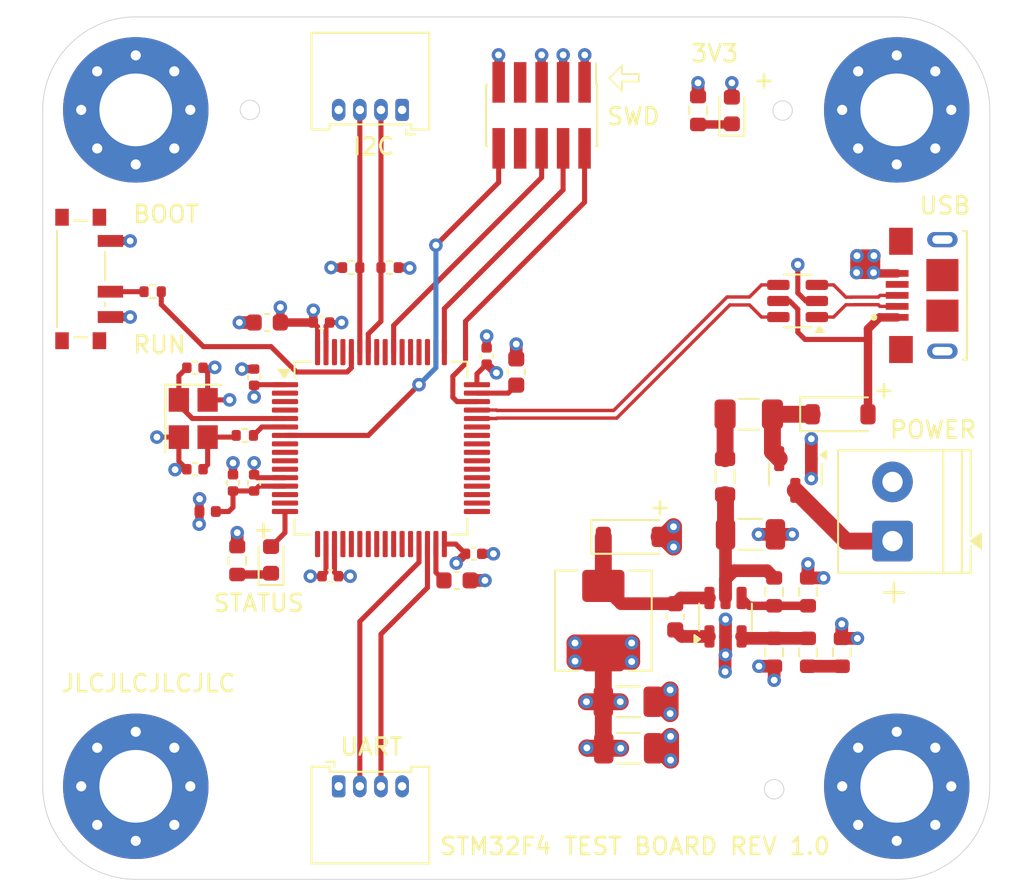
<source format=kicad_pcb>
(kicad_pcb (version 20241229) (generator "pcbnew") (generator_version "9.0")
  (layers (0 "F.Cu" signal) (4 "In1.Cu" signal) (6 "In2.Cu" signal) (2 "B.Cu" signal) (13 "F.Paste" user) (15 "B.Paste" user) (5 "F.SilkS" user "F.Silkscreen") (7 "B.SilkS" user "B.Silkscreen") (1 "F.Mask" user) (3 "B.Mask" user) (25 "Edge.Cuts" user))
  (net 0 "")
  (net 1 "BUCK_IN")
  (net 2 "GND")
  (net 3 "+3.3V")
  (net 4 "BUCK_SW")
  (net 5 "BUCK_BST")
  (net 6 "+3.3VA")
  (net 7 "Net-(U2-VCAP_1)")
  (net 8 "Net-(U2-VCAP_2)")
  (net 9 "HSE_IN")
  (net 10 "Net-(C16-Pad1)")
  (net 11 "Net-(D1-K)")
  (net 12 "+5V")
  (net 13 "Net-(D3-K)")
  (net 14 "Net-(D4-K)")
  (net 15 "LED_STATUS")
  (net 16 "+12V")
  (net 17 "Net-(F1-Pad2)")
  (net 18 "SWDIO")
  (net 20 "SWCLK")
  (net 21 "SWO")
  (net 22 "NRST")
  (net 24 "I2C1_SCL")
  (net 25 "I2C1_SDA")
  (net 26 "USART3_TX")
  (net 27 "USART3_RX")
  (net 30 "USB_CONN_D+")
  (net 32 "USB_CONN_D-")
  (net 37 "BUCK_EN")
  (net 38 "BUCK_FB")
  (net 39 "Net-(R4-Pad2)")
  (net 40 "Net-(SW1-B)")
  (net 41 "BOOT0")
  (net 42 "HSE_OUT")
  (net 69 "USB_D+")
  (net 76 "USB_D-")
  (footprint "TerminalBlock_Phoenix:TerminalBlock_Phoenix_PT-1,5-2-3.5-H_1x02_P3.50mm_Horizontal" (layer "F.Cu") (at 155.5 102 90)
    (property "Reference" "J1")
    (property "Value" "Screw_Terminal_01x02")
  )
  (footprint "Capacitor_SMD:C_0402_1005Metric" (layer "F.Cu") (at 121.73 89.075)
    (property "Reference" "C10")
    (property "Value" "100n")
  )
  (footprint "Button_Switch_SMD:SW_SPDT_PCM12" (layer "F.Cu") (at 107.82 86.5 -90)
    (property "Reference" "SW1")
    (property "Value" "SW_SPDT")
  )
  (footprint "LED_SMD:LED_0603_1608Metric" (layer "F.Cu") (at 118.75 103.1125 90)
    (property "Reference" "D4")
    (property "Value" "BLUE")
  )
  (footprint "Inductor_SMD:L_Sunlord_MWSA0518S" (layer "F.Cu") (at 138.4 106.7 -90)
    (property "Reference" "L1")
    (property "Value" "10u")
  )
  (footprint "Package_TO_SOT_SMD:SOT-23-6" (layer "F.Cu") (at 149.8875 87.8 180)
    (property "Reference" "U3")
    (property "Value" "USBLC6-2SC6")
  )
  (footprint "Capacitor_SMD:C_0603_1608Metric" (layer "F.Cu") (at 142.65 106.475 90)
    (property "Reference" "C4")
    (property "Value" "10n")
  )
  (footprint "Resistor_SMD:R_0402_1005Metric" (layer "F.Cu") (at 125.76 85.825 180)
    (property "Reference" "R10")
    (property "Value" "2K2")
  )
  (footprint "Resistor_SMD:R_0603_1608Metric" (layer "F.Cu") (at 150.5 108.575 -90)
    (property "Reference" "R4")
    (property "Value" "15K")
  )
  (footprint "Capacitor_SMD:C_0402_1005Metric" (layer "F.Cu") (at 117.75 92.305 90)
    (property "Reference" "C6")
    (property "Value" "100n")
  )
  (footprint "Package_QFP:LQFP-64_10x10mm_P0.5mm" (layer "F.Cu") (at 125.25 96.5)
    (property "Reference" "U2")
    (property "Value" "STM32F405RGT6")
  )
  (footprint "Package_TO_SOT_SMD:SOT-23" (layer "F.Cu") (at 149.75 98.0625 -90)
    (property "Reference" "Q1")
    (property "Value" "AO3401A")
  )
  (footprint "Resistor_SMD:R_0603_1608Metric" (layer "F.Cu") (at 150.5 105 90)
    (property "Reference" "R2")
    (property "Value" "68K")
  )
  (footprint "Capacitor_SMD:C_0402_1005Metric" (layer "F.Cu") (at 116.5 98.555 90)
    (property "Reference" "C11")
    (property "Value" "1u")
  )
  (footprint "Capacitor_SMD:C_0402_1005Metric" (layer "F.Cu") (at 117.75 98.555 90)
    (property "Reference" "C12")
    (property "Value" "100n")
  )
  (footprint "Capacitor_SMD:C_1206_3216Metric" (layer "F.Cu") (at 139.875 111.5)
    (property "Reference" "C2")
    (property "Value" "10u")
  )
  (footprint "Connector_PinHeader_1.27mm:PinHeader_2x05_P1.27mm_Vertical_SMD" (layer "F.Cu") (at 134.75 76.825 -90)
    (property "Reference" "J2")
    (property "Value" "SWD")
  )
  (footprint "Capacitor_SMD:C_0603_1608Metric" (layer "F.Cu") (at 133.25 92 90)
    (property "Reference" "C14")
    (property "Value" "2u2")
  )
  (footprint "Inductor_SMD:L_0805_2012Metric" (layer "F.Cu") (at 145.6 98.1875 -90)
    (property "Reference" "FB1")
    (property "Value" "600 @ 100MHz")
  )
  (footprint "Resistor_SMD:R_0402_1005Metric" (layer "F.Cu") (at 117.2 95.75 180)
    (property "Reference" "R8")
    (property "Value" "47")
  )
  (footprint "Resistor_SMD:R_0603_1608Metric" (layer "F.Cu") (at 152.5 108.575 90)
    (property "Reference" "R5")
    (property "Value" "270")
  )
  (footprint "Resistor_SMD:R_0402_1005Metric" (layer "F.Cu") (at 111.75 87.25 180)
    (property "Reference" "R7")
    (property "Value" "10K")
  )
  (footprint "Capacitor_SMD:C_0402_1005Metric" (layer "F.Cu") (at 114.25 97.75 180)
    (property "Reference" "C16")
    (property "Value" "12p")
  )
  (footprint "Diode_SMD:D_SOD-123" (layer "F.Cu") (at 140.05 101.75)
    (property "Reference" "D2")
    (property "Value" "B5819W")
  )
  (footprint "Capacitor_SMD:C_0402_1005Metric" (layer "F.Cu") (at 131.5 91.055 90)
    (property "Reference" "C9")
    (property "Value" "100n")
  )
  (footprint "Capacitor_SMD:C_0603_1608Metric" (layer "F.Cu") (at 129.75 104.325)
    (property "Reference" "C13")
    (property "Value" "2u2")
  )
  (footprint "Inductor_SMD:L_0402_1005Metric" (layer "F.Cu") (at 115 100.25)
    (property "Reference" "L2")
    (property "Value" "39n")
  )
  (footprint "MountingHole:MountingHole_4.3mm_M4_Pad_Via" (layer "F.Cu") (at 110.75 76.5)
    (property "Reference" "H3")
    (property "Value" "MountingHole_Pad")
  )
  (footprint "Resistor_SMD:R_0402_1005Metric" (layer "F.Cu") (at 123.49 85.825)
    (property "Reference" "R11")
    (property "Value" "2K2")
  )
  (footprint "Crystal:Crystal_SMD_3225-4Pin_3.2x2.5mm" (layer "F.Cu") (at 114.15 94.75 -90)
    (property "Reference" "Y1")
    (property "Value" "16Mhz")
  )
  (footprint "MountingHole:MountingHole_4.3mm_M4_Pad_Via" (layer "F.Cu") (at 155.75 76.5)
    (property "Reference" "H1")
    (property "Value" "MountingHole_Pad")
  )
  (footprint "Fuse:Fuse_1206_3216Metric" (layer "F.Cu") (at 147 94.5 180)
    (property "Reference" "F1")
    (property "Value" "250mA")
  )
  (footprint "Capacitor_SMD:C_0402_1005Metric" (layer "F.Cu") (at 122.25 104.075 180)
    (property "Reference" "C7")
    (property "Value" "100n")
  )
  (footprint "Capacitor_SMD:C_1206_3216Metric" (layer "F.Cu") (at 147.1 101.6)
    (property "Reference" "C1")
    (property "Value" "10u")
  )
  (footprint "Capacitor_SMD:C_0402_1005Metric" (layer "F.Cu") (at 114.25 91.75)
    (property "Reference" "C15")
    (property "Value" "12p")
  )
  (footprint "Package_TO_SOT_SMD:SOT-23-6" (layer "F.Cu") (at 145.625 106.5 90)
    (property "Reference" "U1")
    (property "Value" "MP2359DJ-LF-Z")
  )
  (footprint "Connector_Molex:Molex_PicoBlade_53048-0410_1x04_P1.25mm_Horizontal" (layer "F.Cu") (at 122.75 116.5)
    (property "Reference" "J4")
    (property "Value" "Conn_01x04")
  )
  (footprint "Capacitor_SMD:C_1206_3216Metric" (layer "F.Cu") (at 139.9 114.25)
    (property "Reference" "C3")
    (property "Value" "10u")
  )
  (footprint "Resistor_SMD:R_0603_1608Metric" (layer "F.Cu") (at 144 76.5375 90)
    (property "Reference" "R6")
    (property "Value" "1K")
  )
  (footprint "Resistor_SMD:R_0603_1608Metric" (layer "F.Cu") (at 148.5 105 -90)
    (property "Reference" "R1")
    (property "Value" "100K")
  )
  (footprint "MountingHole:MountingHole_4.3mm_M4_Pad_Via" (layer "F.Cu") (at 155.75 116.5)
    (property "Reference" "H2")
    (property "Value" "MountingHole_Pad")
  )
  (footprint "Connector_Molex:Molex_PicoBlade_53048-0410_1x04_P1.25mm_Horizontal" (layer "F.Cu") (at 126.5 76.5 180)
    (property "Reference" "J3")
    (property "Value" "Conn_01x04")
  )
  (footprint "Capacitor_SMD:C_0402_1005Metric" (layer "F.Cu") (at 130.73 102.75)
    (property "Reference" "C8")
    (property "Value" "100n")
  )
  (footprint "Capacitor_SMD:C_0603_1608Metric" (layer "F.Cu") (at 118.525 89.075 180)
    (property "Reference" "C5")
    (property "Value" "4u7")
  )
  (footprint "LED_SMD:LED_0603_1608Metric" (layer "F.Cu") (at 146 76.5375 90)
    (property "Reference" "D3")
    (property "Value" "RED")
  )
  (footprint "Resistor_SMD:R_0603_1608Metric" (layer "F.Cu") (at 116.75 103.15 90)
    (property "Reference" "R9")
    (property "Value" "1K5")
  )
  (footprint "USB_Connectors:USB_B_Micro" (layer "F.Cu") (at 158.45 87.47 90)
    (property "Reference" "J5")
    (property "Value" "USB_B_Micro")
  )
  (footprint "Diode_SMD:D_SOD-123" (layer "F.Cu") (at 152.4 94.5)
    (property "Reference" "D1")
    (property "Value" "B5819W")
  )
  (footprint "Resistor_SMD:R_0603_1608Metric" (layer "F.Cu") (at 148.5 108.575 90)
    (property "Reference" "R3")
    (property "Value" "47K")
  )
  (footprint "MountingHole:MountingHole_4.3mm_M4_Pad_Via" (layer "F.Cu") (at 110.75 116.5)
    (property "Reference" "H4")
    (property "Value" "MountingHole_Pad")
  )
  (gr_line (start 138.75 74.625) (end 139.5 75.375) (stroke (width 0.1)) (layer "F.SilkS"))
  (gr_line (start 139.5 75.375) (end 139.5 74.825) (stroke (width 0.1)) (layer "F.SilkS"))
  (gr_line (start 139.5 73.875) (end 138.75 74.625) (stroke (width 0.1)) (layer "F.SilkS"))
  (gr_line (start 139.5 74.825) (end 140.5 74.825) (stroke (width 0.1)) (layer "F.SilkS"))
  (gr_line (start 140.5 74.3825) (end 140.5 74.825) (stroke (width 0.1)) (layer "F.SilkS"))
  (gr_line (start 140.5 74.3825) (end 139.5 74.3825) (stroke (width 0.1)) (layer "F.SilkS"))
  (gr_line (start 139.5 74.3825) (end 139.5 73.875) (stroke (width 0.1)) (layer "F.SilkS"))
  (gr_circle (center 117.5 76.5) (end 118.076 76.5) (stroke (width 0.05)) (fill no) (layer "Edge.Cuts"))
  (gr_circle (center 149 76.5375) (end 149.576 76.5375) (stroke (width 0.05)) (fill no) (layer "Edge.Cuts"))
  (gr_arc (start 110.75 122) (mid 106.860913 120.389087) (end 105.25 116.5) (stroke (width 0.05)) (layer "Edge.Cuts"))
  (gr_line (start 105.25 116.5) (end 105.25 76.5) (stroke (width 0.05)) (layer "Edge.Cuts"))
  (gr_line (start 161.25 76.5) (end 161.25 116.5) (stroke (width 0.05)) (layer "Edge.Cuts"))
  (gr_line (start 155.75 71) (end 110.75 71) (stroke (width 0.05)) (layer "Edge.Cuts"))
  (gr_arc (start 155.75 71) (mid 159.639087 72.610913) (end 161.25 76.5) (stroke (width 0.05)) (layer "Edge.Cuts"))
  (gr_circle (center 148.5 116.674) (end 149.076 116.674) (stroke (width 0.05)) (fill no) (layer "Edge.Cuts"))
  (gr_arc (start 161.25 116.5) (mid 159.639087 120.389087) (end 155.75 122) (stroke (width 0.05)) (layer "Edge.Cuts"))
  (gr_arc (start 105.25 76.5) (mid 106.860913 72.610913) (end 110.75 71) (stroke (width 0.05)) (layer "Edge.Cuts"))
  (gr_line (start 155.75 122) (end 110.75 122) (stroke (width 0.05)) (layer "Edge.Cuts"))
  (gr_text "+" (at 147.175 75.3 0) (layer "F.SilkS") (effects (font (size 1 1) (thickness 0.16)) (justify left bottom)))
  (gr_text "SWD" (at 138.525 77.475 0) (layer "F.SilkS") (effects (font (size 1 1) (thickness 0.16)) (justify left bottom)))
  (gr_text "3V3" (at 143.5 73.75 0) (layer "F.SilkS") (effects (font (size 1 1) (thickness 0.16)) (justify left bottom)))
  (gr_text "STM32F4 TEST BOARD REV 1.0" (at 140.275 120.625 0) (layer "F.SilkS") (effects (font (size 1 1) (thickness 0.16)) (justify bottom)))
  (gr_text "RUN" (at 110.5 90.975 0) (layer "F.SilkS") (effects (font (size 1 1) (thickness 0.16)) (justify left bottom)))
  (gr_text "I2C" (at 123.5 79.25 0) (layer "F.SilkS") (effects (font (size 1 1) (thickness 0.16)) (justify left bottom)))
  (gr_text "JLCJLCJLCJLC" (at 106.25 111 0) (layer "F.SilkS") (effects (font (size 1 1) (thickness 0.16)) (justify left bottom)))
  (gr_text "STATUS" (at 115.25 106.25 0) (layer "F.SilkS") (effects (font (size 1 1) (thickness 0.16)) (justify left bottom)))
  (gr_text "USB" (at 157 82.75 0) (layer "F.SilkS") (effects (font (size 1 1) (thickness 0.16)) (justify left bottom)))
  (gr_text "+" (at 141.025 100.55 0) (layer "F.SilkS") (effects (font (size 1 1) (thickness 0.16)) (justify left bottom)))
  (gr_text "+" (at 154.275 93.625 0) (layer "F.SilkS") (effects (font (size 1 1) (thickness 0.16)) (justify left bottom)))
  (gr_text "+" (at 117.575 101.875 0) (layer "F.SilkS") (effects (font (size 1 1) (thickness 0.16)) (justify left bottom)))
  (gr_text "UART" (at 122.75 114.75 0) (layer "F.SilkS") (effects (font (size 1 1) (thickness 0.16)) (justify left bottom)))
  (gr_text "BOOT" (at 110.5 83.25 0) (layer "F.SilkS") (effects (font (size 1 1) (thickness 0.16)) (justify left bottom)))
  (gr_text "POWER" (at 155.25 96 0) (layer "F.SilkS") (effects (font (size 1 1) (thickness 0.16)) (justify left bottom)))
  (gr_text "+" (at 154.55 105.8 0) (layer "F.SilkS") (effects (font (size 1.5 1.5) (thickness 0.16)) (justify left bottom)))
  (segment (start 145.625 101.475) (end 145.6 101.45) (width 0.75) (layer "F.Cu") (net 1))
  (segment (start 145.6 99.25) (end 145.55 99.2) (width 0.75) (layer "F.Cu") (net 1))
  (segment (start 148.5 104.175) (end 148.075 103.75) (width 0.75) (layer "F.Cu") (net 1))
  (segment (start 145.625 105.3625) (end 145.625 101.6) (width 0.75) (layer "F.Cu") (net 1))
  (segment (start 145.625 101.825) (end 145.55 101.75) (width 0.75) (layer "F.Cu") (net 1))
  (segment (start 145.625 105.3625) (end 145.625 104.25) (width 0.75) (layer "F.Cu") (net 1))
  (segment (start 146.125 103.75) (end 145.625 104.25) (width 0.75) (layer "F.Cu") (net 1))
  (segment (start 145.625 99.275) (end 145.6 99.25) (width 1) (layer "F.Cu") (net 1))
  (segment (start 148.075 103.75) (end 146.125 103.75) (width 0.75) (layer "F.Cu") (net 1))
  (segment (start 145.625 101.6) (end 145.625 99.275) (width 1) (layer "F.Cu") (net 1))
  (segment (start 132.2 73.25) (end 132.2 74.865) (width 0.5) (layer "F.Cu") (net 2))
  (segment (start 122 103.845) (end 121.77 104.075) (width 0.3) (layer "F.Cu") (net 2))
  (segment (start 141.7 101.75) (end 141.95 101.75) (width 1) (layer "F.Cu") (net 2))
  (segment (start 115 93.65) (end 116.25 93.65) (width 0.3) (layer "F.Cu") (net 2))
  (segment (start 144 75.7125) (end 144 74.9) (width 0.75) (layer "F.Cu") (net 2))
  (segment (start 109.25 88.75) (end 110.42 88.75) (width 0.5) (layer "F.Cu") (net 2))
  (segment (start 145.625 108.725) (end 145.625 107.6375) (width 0.75) (layer "F.Cu") (net 2))
  (segment (start 141.65 111.5) (end 142.35 110.8) (width 1) (layer "F.Cu") (net 2))
  (segment (start 154.42 86.17) (end 154.375 86.125) (width 0.5) (layer "F.Cu") (net 2))
  (segment (start 122 102.175) (end 122 103.845) (width 0.3) (layer "F.Cu") (net 2))
  (segment (start 117.75 98.075) (end 117.75 97.375) (width 0.3) (layer "F.Cu") (net 2))
  (segment (start 155.775 86.17) (end 154.42 86.17) (width 0.5) (layer "F.Cu") (net 2))
  (segment (start 130.525 104.325) (end 131.4 104.325) (width 0.75) (layer "F.Cu") (net 2))
  (segment (start 115 93.65) (end 115 92.02) (width 0.3) (layer "F.Cu") (net 2))
  (segment (start 150.7 95.95) (end 150.7 97.125) (width 0.75) (layer "F.Cu") (net 2))
  (segment (start 136.025 74.87) (end 136.02 74.875) (width 0.5) (layer "F.Cu") (net 2))
  (segment (start 113.77 97.75) (end 113.1 97.75) (width 0.3) (layer "F.Cu") (net 2))
  (segment (start 114.73 91.75) (end 115.4 91.75) (width 0.3) (layer "F.Cu") (net 2))
  (segment (start 150.5 104.175) (end 151.425 104.175) (width 0.75) (layer "F.Cu") (net 2))
  (segment (start 131.21 102.75) (end 131.9 102.75) (width 0.5) (layer "F.Cu") (net 2))
  (segment (start 122.21 89.075) (end 122.925 89.075) (width 0.3) (layer "F.Cu") (net 2))
  (segment (start 122 90.825) (end 122 89.285) (width 0.3) (layer "F.Cu") (net 2))
  (segment (start 148.575 101.6) (end 147.575 101.6) (width 0.75) (layer "F.Cu") (net 2))
  (segment (start 132.2 74.865) (end 132.21 74.875) (width 0.5) (layer "F.Cu") (net 2))
  (segment (start 152.5 107.75) (end 153.425 107.75) (width 0.75) (layer "F.Cu") (net 2))
  (segment (start 141.65 111.5) (end 142.35 112.2) (width 1) (layer "F.Cu") (net 2))
  (segment (start 150.375 87.8) (end 151.025 87.8) (width 0.3) (layer "F.Cu") (net 2))
  (segment (start 152.5 107.75) (end 152.5 106.9) (width 0.75) (layer "F.Cu") (net 2))
  (segment (start 113.3 97.28) (end 113.77 97.75) (width 0.3) (layer "F.Cu") (net 2))
  (segment (start 154.4 86.1) (end 154.375 86.125) (width 0.75) (layer "F.Cu") (net 2))
  (segment (start 141.95 101.75) (end 142.55 102.35) (width 1) (layer "F.Cu") (net 2))
  (segment (start 122 89.285) (end 122.21 89.075) (width 0.3) (layer "F.Cu") (net 2))
  (segment (start 153.4 85.125) (end 154.4 85.125) (width 0.75) (layer "F.Cu") (net 2))
  (segment (start 119.575 98.25) (end 117.925 98.25) (width 0.3) (layer "F.Cu") (net 2))
  (segment (start 115 92.02) (end 114.73 91.75) (width 0.3) (layer "F.Cu") (net 2))
  (segment (start 142.35 110.8) (end 142.35 112.2) (width 1) (layer "F.Cu") (net 2))
  (segment (start 150.7 98.3) (end 150.7 97.125) (width 0.75) (layer "F.Cu") (net 2))
  (segment (start 153.375 85.15) (end 153.4 85.125) (width 0.75) (layer "F.Cu") (net 2))
  (segment (start 116.75 102.325) (end 116.75 101.5) (width 0.75) (layer "F.Cu") (net 2))
  (segment (start 153.4 85.125) (end 153.4 85.15) (width 0.75) (layer "F.Cu") (net 2))
  (segment (start 145.6 108.75) (end 145.625 108.725) (width 0.75) (layer "F.Cu") (net 2))
  (segment (start 113.1 97.75) (end 113.075 97.775) (width 0.3) (layer "F.Cu") (net 2))
  (segment (start 153.375 86.125) (end 153.4 86.125) (width 0.75) (layer "F.Cu") (net 2))
  (segment (start 113.3 95.85) (end 113.3 97.28) (width 0.3) (layer "F.Cu") (net 2))
  (segment (start 153.4 85.15) (end 154.375 86.125) (width 0.75) (layer "F.Cu") (net 2))
  (segment (start 148.575 101.6) (end 149.575 101.6) (width 0.75) (layer "F.Cu") (net 2))
  (segment (start 113.3 95.85) (end 112 95.85) (width 0.3) (layer "F.Cu") (net 2))
  (segment (start 149.9 85.65) (end 149.9 87.325) (width 0.3) (layer "F.Cu") (net 2))
  (segment (start 117.925 98.25) (end 117.75 98.075) (width 0.3) (layer "F.Cu") (net 2))
  (segment (start 116.275 93.625) (end 116.25 93.65) (width 0.3) (layer "F.Cu") (net 2))
  (segment (start 115.05 93.6) (end 115 93.65) (width 0.75) (layer "F.Cu") (net 2))
  (segment (start 134.75 73.25) (end 134.75 74.875) (width 0.5) (layer "F.Cu") (net 2))
  (segment (start 121.77 104.075) (end 121.075 104.075) (width 0.3) (layer "F.Cu") (net 2))
  (segment (start 117.025 91.825) (end 117.75 91.825) (width 0.5) (layer "F.Cu") (net 2))
  (segment (start 116.45 93.625) (end 116.275 93.625) (width 0.3) (layer "F.Cu") (net 2))
  (segment (start 141.375 114.25) (end 141.675 114.25) (width 1) (layer "F.Cu") (net 2))
  (segment (start 116.5 98.075) (end 116.5 97.375) (width 0.5) (layer "F.Cu") (net 2))
  (segment (start 149.9 87.325) (end 150.375 87.8) (width 0.3) (layer "F.Cu") (net 2))
  (segment (start 141.675 114.25) (end 142.375 114.95) (width 1) (layer "F.Cu") (net 2))
  (segment (start 141.35 111.5) (end 141.65 111.5) (width 1) (layer "F.Cu") (net 2))
  (segment (start 150.5 104.175) (end 150.5 103.35) (width 0.75) (layer "F.Cu") (net 2))
  (segment (start 154.4 85.125) (end 154.4 86.1) (width 0.75) (layer "F.Cu") (net 2))
  (segment (start 136.025 73.25) (end 136.025 74.87) (width 0.5) (layer "F.Cu") (net 2))
  (segment (start 116.25 93.65) (end 116.3 93.6) (width 0.3) (layer "F.Cu") (net 2))
  (segment (start 153.375 86.125) (end 154.375 86.125) (width 0.75) (layer "F.Cu") (net 2))
  (segment (start 141.675 114.25) (end 142.375 113.55) (width 1) (layer "F.Cu") (net 2))
  (segment (start 153.375 86.125) (end 153.375 85.15) (width 0.75) (layer "F.Cu") (net 2))
  (segment (start 131.5 90.575) (end 131.5 89.875) (width 0.5) (layer "F.Cu") (net 2))
  (segment (start 132.2 74.565) (end 132.21 74.575) (width 0.5) (layer "F.Cu") (net 2))
  (segment (start 141.95 101.75) (end 142.55 101.15) (width 1) (layer "F.Cu") (net 2))
  (segment (start 142.55 101.15) (end 142.55 102.35) (width 1) (layer "F.Cu") (net 2))
  (segment (start 133.25 91.225) (end 133.25 90.35) (width 0.75) (layer "F.Cu") (net 2))
  (segment (start 145.6 109.725) (end 145.6 108.75) (width 0.75) (layer "F.Cu") (net 2))
  (segment (start 117.75 89.075) (end 116.875 89.075) (width 0.75) (layer "F.Cu") (net 2))
  (segment (start 142.375 113.55) (end 142.375 114.95) (width 1) (layer "F.Cu") (net 2))
  (segment (start 115.4 91.75) (end 115.425 91.725) (width 0.3) (layer "F.Cu") (net 2))
  (segment (start 145.625 107.6375) (end 145.625 106.625) (width 0.75) (layer "F.Cu") (net 2))
  (segment (start 153.4 86.125) (end 154.4 85.125) (width 0.75) (layer "F.Cu") (net 2))
  (via (at 150.5 103.35) (size 0.8) (drill 0.4) (layers "F.Cu" "B.Cu") (net 2))
  (via (at 144 74.9) (size 0.8) (drill 0.4) (layers "F.Cu" "B.Cu") (net 2))
  (via (at 142.55 102.35) (size 0.8) (drill 0.4) (layers "F.Cu" "B.Cu") (net 2))
  (via (at 142.375 113.55) (size 0.8) (drill 0.4) (layers "F.Cu" "B.Cu") (net 2))
  (via (at 142.35 110.8) (size 0.8) (drill 0.4) (layers "F.Cu" "B.Cu") (net 2))
  (via (at 131.4 104.325) (size 0.8) (drill 0.4) (layers "F.Cu" "B.Cu") (net 2))
  (via (at 112 95.85) (size 0.8) (drill 0.4) (layers "F.Cu" "B.Cu") (net 2))
  (via (at 116.75 101.5) (size 0.8) (drill 0.4) (layers "F.Cu" "B.Cu") (net 2))
  (via (at 116.875 89.075) (size 0.8) (drill 0.4) (layers "F.Cu" "B.Cu") (net 2))
  (via (at 131.9 102.75) (size 0.8) (drill 0.4) (layers "F.Cu" "B.Cu") (net 2))
  (via (at 116.5 97.375) (size 0.8) (drill 0.4) (layers "F.Cu" "B.Cu") (net 2))
  (via (at 121.075 104.075) (size 0.8) (drill 0.4) (layers "F.Cu" "B.Cu") (net 2))
  (via (at 132.2 73.25) (size 0.8) (drill 0.4) (layers "F.Cu" "B.Cu") (net 2))
  (via (at 131.5 89.875) (size 0.8) (drill 0.4) (layers "F.Cu" "B.Cu") (net 2))
  (via (at 147.575 101.6) (size 0.8) (drill 0.4) (layers "F.Cu" "B.Cu") (net 2))
  (via (at 110.42 88.75) (size 0.8) (drill 0.4) (layers "F.Cu" "B.Cu") (net 2))
  (via (at 142.375 114.95) (size 0.8) (drill 0.4) (layers "F.Cu" "B.Cu") (net 2))
  (via (at 151.425 104.175) (size 0.8) (drill 0.4) (layers "F.Cu" "B.Cu") (net 2))
  (via (at 145.625 108.725) (size 0.8) (drill 0.4) (layers "F.Cu" "B.Cu") (net 2))
  (via (at 117.025 91.825) (size 0.8) (drill 0.4) (layers "F.Cu" "B.Cu") (net 2))
  (via (at 150.7 95.95) (size 0.8) (drill 0.4) (layers "F.Cu" "B.Cu") (net 2))
  (via (at 153.4 85.125) (size 0.8) (drill 0.4) (layers "F.Cu" "B.Cu") (net 2))
  (via (at 154.4 85.125) (size 0.8) (drill 0.4) (layers "F.Cu" "B.Cu") (net 2))
  (via (at 142.35 112.2) (size 0.8) (drill 0.4) (layers "F.Cu" "B.Cu") (net 2))
  (via (at 145.6 109.725) (size 0.8) (drill 0.4) (layers "F.Cu" "B.Cu") (net 2))
  (via (at 134.75 73.25) (size 0.8) (drill 0.4) (layers "F.Cu" "B.Cu") (net 2))
  (via (at 142.55 101.15) (size 0.8) (drill 0.4) (layers "F.Cu" "B.Cu") (net 2))
  (via (at 149.575 101.6) (size 0.8) (drill 0.4) (layers "F.Cu" "B.Cu") (net 2))
  (via (at 154.375 86.125) (size 0.8) (drill 0.4) (layers "F.Cu" "B.Cu") (net 2))
  (via (at 136.025 73.25) (size 0.8) (drill 0.4) (layers "F.Cu" "B.Cu") (net 2))
  (via (at 117.75 97.375) (size 0.8) (drill 0.4) (layers "F.Cu" "B.Cu") (net 2))
  (via (at 153.375 86.125) (size 0.8) (drill 0.4) (layers "F.Cu" "B.Cu") (net 2))
  (via (at 113.075 97.775) (size 0.8) (drill 0.4) (layers "F.Cu" "B.Cu") (net 2))
  (via (at 145.625 106.625) (size 0.8) (drill 0.4) (layers "F.Cu" "B.Cu") (net 2))
  (via (at 115.425 91.725) (size 0.8) (drill 0.4) (layers "F.Cu" "B.Cu") (net 2))
  (via (at 149.9 85.65) (size 0.8) (drill 0.4) (layers "F.Cu" "B.Cu") (net 2))
  (via (at 153.425 107.75) (size 0.8) (drill 0.4) (layers "F.Cu" "B.Cu") (net 2))
  (via (at 152.5 106.9) (size 0.8) (drill 0.4) (layers "F.Cu" "B.Cu") (net 2))
  (via (at 122.925 89.075) (size 0.8) (drill 0.4) (layers "F.Cu" "B.Cu") (net 2))
  (via (at 116.3 93.65) (size 0.8) (drill 0.4) (layers "F.Cu" "B.Cu") (net 2))
  (via (at 150.7 98.3) (size 0.8) (drill 0.4) (layers "F.Cu" "B.Cu") (net 2))
  (via (at 133.25 90.35) (size 0.8) (drill 0.4) (layers "F.Cu" "B.Cu") (net 2))
  (segment (start 138.425 114.25) (end 139.425 114.25) (width 1) (layer "F.Cu") (net 3))
  (segment (start 138.4 111.5) (end 137.4 111.5) (width 1) (layer "F.Cu") (net 3))
  (segment (start 126.27 85.825) (end 126.925 85.825) (width 0.5) (layer "F.Cu") (net 3))
  (segment (start 138.4 108.75) (end 139.35 108.75) (width 1) (layer "F.Cu") (net 3))
  (segment (start 138.4 111.5) (end 138.4 114.225) (width 1) (layer "F.Cu") (net 3))
  (segment (start 146 74.9) (end 146 75.75) (width 0.5) (layer "F.Cu") (net 3))
  (segment (start 137.45 108.75) (end 136.725 108.025) (width 1) (layer "F.Cu") (net 3))
  (segment (start 148.5 109.4) (end 148.5 110.225) (width 0.75) (layer "F.Cu") (net 3))
  (segment (start 119.575 92.75) (end 117.785 92.75) (width 0.3) (layer "F.Cu") (net 3))
  (segment (start 122.5 102.175) (end 122.5 103.845) (width 0.3) (layer "F.Cu") (net 3))
  (segment (start 138.4 111.5) (end 139.4 111.5) (width 1) (layer "F.Cu") (net 3))
  (segment (start 122.73 104.075) (end 123.425 104.075) (width 0.3) (layer "F.Cu") (net 3))
  (segment (start 138.4 108.75) (end 138.4 111.5) (width 1) (layer "F.Cu") (net 3))
  (segment (start 137.45 114.25) (end 137.425 114.225) (width 1) (layer "F.Cu") (net 3))
  (segment (start 139.35 108.75) (end 140.075 108.025) (width 1) (layer "F.Cu") (net 3))
  (segment (start 122.98 85.825) (end 122.3 85.825) (width 0.5) (layer "F.Cu") (net 3))
  (segment (start 129 102.175) (end 129.675 102.175) (width 0.3) (layer "F.Cu") (net 3))
  (segment (start 129.7 103.3) (end 130.25 102.75) (width 0.5) (layer "F.Cu") (net 3))
  (segment (start 122.5 103.845) (end 122.73 104.075) (width 0.3) (layer "F.Cu") (net 3))
  (segment (start 117.75 92.785) (end 117.75 93.475) (width 0.3) (layer "F.Cu") (net 3))
  (segment (start 137.3 74.865) (end 137.29 74.875) (width 0.5) (layer "F.Cu") (net 3))
  (segment (start 121.5 89.325) (end 121.25 89.075) (width 0.3) (layer "F.Cu") (net 3))
  (segment (start 136.725 108.025) (end 140.075 108.025) (width 1) (layer "F.Cu") (net 3))
  (segment (start 137.075 108.75) (end 136.725 109.1) (width 1) (layer "F.Cu") (net 3))
  (segment (start 140.05 109.1) (end 140.075 109.125) (width 1) (layer "F.Cu") (net 3))
  (segment (start 114.515 100.985) (end 114.5 101) (width 0.5) (layer "F.Cu") (net 3))
  (segment (start 121.5 90.825) (end 121.5 89.325) (width 0.3) (layer "F.Cu") (net 3))
  (segment (start 136.725 108.025) (end 136.725 109.1) (width 1) (layer "F.Cu") (net 3))
  (segment (start 126.925 85.825) (end 126.95 85.85) (width 0.5) (layer "F.Cu") (net 3))
  (segment (start 138.425 114.25) (end 137.45 114.25) (width 1) (layer "F.Cu") (net 3))
  (segment (start 138.4 114.225) (end 138.425 114.25) (width 1) (layer "F.Cu") (net 3))
  (segment (start 139.7 108.75) (end 140.075 109.125) (width 1) (layer "F.Cu") (net 3))
  (segment (start 136.725 109.1) (end 140.05 109.1) (width 1) (layer "F.Cu") (net 3))
  (segment (start 137.3 73.25) (end 137.3 74.865) (width 0.5) (layer "F.Cu") (net 3))
  (segment (start 130.925 92.11) (end 131.5 91.535) (width 0.3) (layer "F.Cu") (net 3))
  (segment (start 121.25 88.35) (end 121.25 89.075) (width 0.5) (layer "F.Cu") (net 3))
  (segment (start 110.42 84.25) (end 109.25 84.25) (width 0.5) (layer "F.Cu") (net 3))
  (segment (start 114.515 100.25) (end 114.515 100.985) (width 0.5) (layer "F.Cu") (net 3))
  (segment (start 119.3 89.075) (end 121.25 89.075) (width 0.5) (layer "F.Cu") (net 3))
  (segment (start 148.5 109.4) (end 147.6 109.4) (width 0.75) (layer "F.Cu") (net 3))
  (segment (start 117.785 92.75) (end 117.75 92.785) (width 0.3) (layer "F.Cu") (net 3))
  (segment (start 129.675 102.175) (end 130.25 102.75) (width 0.3) (layer "F.Cu") (net 3))
  (segment (start 132.075 92.05) (end 132.015 92.05) (width 0.5) (layer "F.Cu") (net 3))
  (segment (start 138.4 108.75) (end 137.075 108.75) (width 1) (layer "F.Cu") (net 3))
  (segment (start 138.4 108.75) (end 139.7 108.75) (width 1) (layer "F.Cu") (net 3))
  (segment (start 119.3 88.175) (end 119.3 89.075) (width 0.5) (layer "F.Cu") (net 3))
  (segment (start 140.075 108.025) (end 140.075 109.125) (width 1) (layer "F.Cu") (net 3))
  (segment (start 132.015 92.05) (end 131.5 91.535) (width 0.5) (layer "F.Cu") (net 3))
  (segment (start 114.515 99.51) (end 114.525 99.5) (width 0.5) (layer "F.Cu") (net 3))
  (segment (start 138.4 108.75) (end 137.45 108.75) (width 1) (layer "F.Cu") (net 3))
  (segment (start 130.925 92.75) (end 130.925 92.11) (width 0.3) (layer "F.Cu") (net 3))
  (segment (start 114.515 100.25) (end 114.515 99.51) (width 0.5) (layer "F.Cu") (net 3))
  (via (at 119.3 88.175) (size 0.8) (drill 0.4) (layers "F.Cu" "B.Cu") (net 3))
  (via (at 147.6 109.4) (size 0.8) (drill 0.4) (layers "F.Cu" "B.Cu") (net 3))
  (via (at 148.5 110.225) (size 0.8) (drill 0.4) (layers "F.Cu" "B.Cu") (net 3))
  (via (at 122.3 85.825) (size 0.8) (drill 0.4) (layers "F.Cu" "B.Cu") (net 3))
  (via (at 114.5 101) (size 0.8) (drill 0.4) (layers "F.Cu" "B.Cu") (net 3))
  (via (at 140.075 109.125) (size 0.8) (drill 0.4) (layers "F.Cu" "B.Cu") (net 3))
  (via (at 146 74.9) (size 0.8) (drill 0.4) (layers "F.Cu" "B.Cu") (net 3))
  (via (at 117.75 93.475) (size 0.8) (drill 0.4) (layers "F.Cu" "B.Cu") (net 3))
  (via (at 136.725 108.025) (size 0.8) (drill 0.4) (layers "F.Cu" "B.Cu") (net 3))
  (via (at 139.4 111.5) (size 0.8) (drill 0.4) (layers "F.Cu" "B.Cu") (net 3))
  (via (at 136.725 109.1) (size 0.8) (drill 0.4) (layers "F.Cu" "B.Cu") (net 3))
  (via (at 132.075 92.05) (size 0.8) (drill 0.4) (layers "F.Cu" "B.Cu") (net 3))
  (via (at 137.4 111.5) (size 0.8) (drill 0.4) (layers "F.Cu" "B.Cu") (net 3))
  (via (at 129.7 103.3) (size 0.8) (drill 0.4) (layers "F.Cu" "B.Cu") (net 3))
  (via (at 126.95 85.85) (size 0.8) (drill 0.4) (layers "F.Cu" "B.Cu") (net 3))
  (via (at 140.075 108.025) (size 0.8) (drill 0.4) (layers "F.Cu" "B.Cu") (net 3))
  (via (at 121.25 88.35) (size 0.8) (drill 0.4) (layers "F.Cu" "B.Cu") (net 3))
  (via (at 139.425 114.25) (size 0.8) (drill 0.4) (layers "F.Cu" "B.Cu") (net 3))
  (via (at 137.3 73.25) (size 0.8) (drill 0.4) (layers "F.Cu" "B.Cu") (net 3))
  (via (at 110.42 84.25) (size 0.8) (drill 0.4) (layers "F.Cu" "B.Cu") (net 3))
  (via (at 137.425 114.225) (size 0.8) (drill 0.4) (layers "F.Cu" "B.Cu") (net 3))
  (via (at 123.425 104.075) (size 0.8) (drill 0.4) (layers "F.Cu" "B.Cu") (net 3))
  (via (at 114.525 99.5) (size 0.8) (drill 0.4) (layers "F.Cu" "B.Cu") (net 3))
  (segment (start 142.9875 105.3625) (end 142.65 105.7) (width 0.75) (layer "F.Cu") (net 4))
  (segment (start 139.45 105.7) (end 138.4 104.65) (width 0.75) (layer "F.Cu") (net 4))
  (segment (start 142.65 105.7) (end 139.45 105.7) (width 0.75) (layer "F.Cu") (net 4))
  (segment (start 138.4 101.75) (end 138.4 104.65) (width 1) (layer "F.Cu") (net 4))
  (segment (start 144.675 105.3625) (end 142.9875 105.3625) (width 0.75) (layer "F.Cu") (net 4))
  (segment (start 144.675 107.6375) (end 143.0375 107.6375) (width 0.75) (layer "F.Cu") (net 5))
  (segment (start 143.0375 107.6375) (end 142.65 107.25) (width 0.75) (layer "F.Cu") (net 5))
  (segment (start 115.485 100.25) (end 116.25 100.25) (width 0.3) (layer "F.Cu") (net 6))
  (segment (start 116.25 100.25) (end 116.5 100) (width 0.3) (layer "F.Cu") (net 6))
  (segment (start 116.5 100) (end 116.5 99.035) (width 0.3) (layer "F.Cu") (net 6))
  (segment (start 116.5 99.035) (end 117.75 99.035) (width 0.3) (layer "F.Cu") (net 6))
  (segment (start 119.575 98.75) (end 118.035 98.75) (width 0.3) (layer "F.Cu") (net 6))
  (segment (start 118.035 98.75) (end 117.75 99.035) (width 0.3) (layer "F.Cu") (net 6))
  (segment (start 128.5 103.85) (end 128.975 104.325) (width 0.3) (layer "F.Cu") (net 7))
  (segment (start 128.5 102.175) (end 128.5 103.85) (width 0.3) (layer "F.Cu") (net 7))
  (segment (start 130.925 93.25) (end 132.775 93.25) (width 0.3) (layer "F.Cu") (net 8))
  (segment (start 132.775 93.25) (end 133.25 92.775) (width 0.3) (layer "F.Cu") (net 8))
  (segment (start 113.3 93.952) (end 113.3 93.65) (width 0.3) (layer "F.Cu") (net 9))
  (segment (start 119.575 94.75) (end 114.098 94.75) (width 0.3) (layer "F.Cu") (net 9))
  (segment (start 113.3 93.65) (end 113.3 92.22) (width 0.3) (layer "F.Cu") (net 9))
  (segment (start 114.098 94.75) (end 113.3 93.952) (width 0.3) (layer "F.Cu") (net 9))
  (segment (start 113.3 92.22) (end 113.77 91.75) (width 0.3) (layer "F.Cu") (net 9))
  (segment (start 115 97.48) (end 114.73 97.75) (width 0.3) (layer "F.Cu") (net 10))
  (segment (start 116.59 95.85) (end 116.69 95.75) (width 0.3) (layer "F.Cu") (net 10))
  (segment (start 115 95.85) (end 116.59 95.85) (width 0.3) (layer "F.Cu") (net 10))
  (segment (start 115 95.85) (end 115 97.48) (width 0.3) (layer "F.Cu") (net 10))
  (segment (start 148.4 94.5) (end 148.4 96.725) (width 1) (layer "F.Cu") (net 11))
  (segment (start 148.4 96.725) (end 148.8 97.125) (width 1) (layer "F.Cu") (net 11))
  (segment (start 148.4 94.5) (end 150.75 94.5) (width 1) (layer "F.Cu") (net 11))
  (segment (start 154.05 90.075) (end 154.05 94.5) (width 0.5) (layer "F.Cu") (net 12))
  (segment (start 150.325 90.075) (end 154.05 90.075) (width 0.3) (layer "F.Cu") (net 12))
  (segment (start 154.05 89.45) (end 154.05 90.075) (width 0.5) (layer "F.Cu") (net 12))
  (segment (start 149.9 89.65) (end 150.325 90.075) (width 0.3) (layer "F.Cu") (net 12))
  (segment (start 155.775 88.77) (end 154.73 88.77) (width 0.5) (layer "F.Cu") (net 12))
  (segment (start 149.9 88.287501) (end 149.9 89.65) (width 0.3) (layer "F.Cu") (net 12))
  (segment (start 149.412499 87.8) (end 149.9 88.287501) (width 0.3) (layer "F.Cu") (net 12))
  (segment (start 148.75 87.8) (end 149.412499 87.8) (width 0.3) (layer "F.Cu") (net 12))
  (segment (start 154.73 88.77) (end 154.05 89.45) (width 0.5) (layer "F.Cu") (net 12))
  (segment (start 145.9625 77.3625) (end 146 77.325) (width 0.5) (layer "F.Cu") (net 13))
  (segment (start 144 77.3625) (end 145.9625 77.3625) (width 0.5) (layer "F.Cu") (net 13))
  (segment (start 116.825 103.9) (end 116.75 103.975) (width 0.5) (layer "F.Cu") (net 14))
  (segment (start 116.75 103.975) (end 118.675 103.975) (width 0.5) (layer "F.Cu") (net 14))
  (segment (start 118.675 103.975) (end 118.75 103.9) (width 0.5) (layer "F.Cu") (net 14))
  (segment (start 119.575 101.5) (end 118.75 102.325) (width 0.3) (layer "F.Cu") (net 15))
  (segment (start 119.575 100.25) (end 119.575 101.5) (width 0.3) (layer "F.Cu") (net 15))
  (segment (start 155.5 102) (end 152.75 102) (width 1) (layer "F.Cu") (net 16))
  (segment (start 152.75 102) (end 149.75 99) (width 1) (layer "F.Cu") (net 16))
  (segment (start 145.6 97.125) (end 145.6 94.5) (width 1) (layer "F.Cu") (net 17))
  (segment (start 129.75 93.75) (end 129.5 93.5) (width 0.3) (layer "F.Cu") (net 18))
  (segment (start 130.25 91.5) (end 130.25 89) (width 0.3) (layer "F.Cu") (net 18))
  (segment (start 130.925 93.75) (end 129.75 93.75) (width 0.3) (layer "F.Cu") (net 18))
  (segment (start 137.29 81.96) (end 137.29 78.775) (width 0.3) (layer "F.Cu") (net 18))
  (segment (start 129.5 92.25) (end 130.25 91.5) (width 0.3) (layer "F.Cu") (net 18))
  (segment (start 129.5 93.5) (end 129.5 92.25) (width 0.3) (layer "F.Cu") (net 18))
  (segment (start 130.25 89) (end 137.29 81.96) (width 0.3) (layer "F.Cu") (net 18))
  (segment (start 136.02 81.23) (end 136.02 78.775) (width 0.3) (layer "F.Cu") (net 20))
  (segment (start 129 88.25) (end 136.02 81.23) (width 0.3) (layer "F.Cu") (net 20))
  (segment (start 129 90.825) (end 129 88.25) (width 0.3) (layer "F.Cu") (net 20))
  (segment (start 126 89.25) (end 126 90.825) (width 0.3) (layer "F.Cu") (net 21))
  (segment (start 134.75 80.5) (end 126 89.25) (width 0.3) (layer "F.Cu") (net 21))
  (segment (start 134.75 78.775) (end 134.75 80.5) (width 0.3) (layer "F.Cu") (net 21))
  (segment (start 124.5 95.75) (end 119.575 95.75) (width 0.3) (layer "F.Cu") (net 22))
  (segment (start 127.5 92.75) (end 124.5 95.75) (width 0.3) (layer "F.Cu") (net 22))
  (segment (start 128.5 84.5) (end 132.21 80.79) (width 0.3) (layer "F.Cu") (net 22))
  (segment (start 132.21 80.79) (end 132.21 78.775) (width 0.3) (layer "F.Cu") (net 22))
  (via (at 127.5 92.75) (size 0.8) (drill 0.4) (layers "F.Cu" "B.Cu") (net 22))
  (via (at 128.5 84.5) (size 0.8) (drill 0.4) (layers "F.Cu" "B.Cu") (net 22))
  (segment (start 128.5 91.75) (end 127.5 92.75) (width 0.3) (layer "B.Cu") (net 22))
  (segment (start 128.5 84.5) (end 128.5 91.75) (width 0.3) (layer "B.Cu") (net 22))
  (segment (start 125.25 85.825) (end 125.25 76.5) (width 0.3) (layer "F.Cu") (net 24))
  (segment (start 124.5 90.825) (end 124.5 89.75) (width 0.3) (layer "F.Cu") (net 24))
  (segment (start 124.5 89.75) (end 125.25 89) (width 0.3) (layer "F.Cu") (net 24))
  (segment (start 125.25 89) (end 125.25 85.825) (width 0.3) (layer "F.Cu") (net 24))
  (segment (start 124 85.825) (end 124 76.5) (width 0.3) (layer "F.Cu") (net 25))
  (segment (start 124 85.825) (end 124 90.825) (width 0.3) (layer "F.Cu") (net 25))
  (segment (start 127.5 103.25) (end 127.5 102.175) (width 0.3) (layer "F.Cu") (net 26))
  (segment (start 124 116.5) (end 124 106.75) (width 0.3) (layer "F.Cu") (net 26))
  (segment (start 124 106.75) (end 127.5 103.25) (width 0.3) (layer "F.Cu") (net 26))
  (segment (start 125.25 116.5) (end 125.25 107.5) (width 0.3) (layer "F.Cu") (net 27))
  (segment (start 125.25 107.5) (end 128 104.75) (width 0.3) (layer "F.Cu") (net 27))
  (segment (start 128 104.75) (end 128 102.175) (width 0.3) (layer "F.Cu") (net 27))
  (segment (start 154.662499 87.57) (end 153.077794 87.57) (width 0.2) (layer "F.Cu") (net 30))
  (segment (start 153.072794 87.575) (end 152.743751 87.575) (width 0.2) (layer "F.Cu") (net 30))
  (segment (start 152.743751 87.575) (end 152.018751 86.85) (width 0.2) (layer "F.Cu") (net 30))
  (segment (start 153.077794 87.57) (end 153.072794 87.575) (width 0.2) (layer "F.Cu") (net 30))
  (segment (start 152.018751 86.85) (end 151.025 86.85) (width 0.2) (layer "F.Cu") (net 30))
  (segment (start 155.775 87.47) (end 154.762499 87.47) (width 0.2) (layer "F.Cu") (net 30))
  (segment (start 154.762499 87.47) (end 154.662499 87.57) (width 0.2) (layer "F.Cu") (net 30))
  (segment (start 154.762499 88.12) (end 154.662499 88.02) (width 0.2) (layer "F.Cu") (net 32))
  (segment (start 154.662499 88.02) (end 153.25 88.02) (width 0.2) (layer "F.Cu") (net 32))
  (segment (start 152.743751 88.025) (end 152.018751 88.75) (width 0.2) (layer "F.Cu") (net 32))
  (segment (start 152.018751 88.75) (end 151.025 88.75) (width 0.2) (layer "F.Cu") (net 32))
  (segment (start 155.775 88.12) (end 154.762499 88.12) (width 0.2) (layer "F.Cu") (net 32))
  (segment (start 153.245 88.025) (end 152.743751 88.025) (width 0.2) (layer "F.Cu") (net 32))
  (segment (start 153.25 88.02) (end 153.245 88.025) (width 0.2) (layer "F.Cu") (net 32))
  (segment (start 150.5 105.825) (end 148.5 105.825) (width 0.5) (layer "F.Cu") (net 37))
  (segment (start 148.5 105.825) (end 147.0375 105.825) (width 0.5) (layer "F.Cu") (net 37))
  (segment (start 147.0375 105.825) (end 146.575 105.3625) (width 0.5) (layer "F.Cu") (net 37))
  (segment (start 146.6875 107.75) (end 146.575 107.6375) (width 0.75) (layer "F.Cu") (net 38))
  (segment (start 148.5 107.75) (end 146.6875 107.75) (width 0.75) (layer "F.Cu") (net 38))
  (segment (start 150.5 107.75) (end 148.5 107.75) (width 0.75) (layer "F.Cu") (net 38))
  (segment (start 150.5 109.4) (end 152.5 109.4) (width 0.75) (layer "F.Cu") (net 39))
  (segment (start 111.095 87.25) (end 109.25 87.25) (width 0.3) (layer "F.Cu") (net 40))
  (segment (start 114.75 90.5) (end 118.75 90.5) (width 0.3) (layer "F.Cu") (net 41))
  (segment (start 112.26 88.01) (end 114.75 90.5) (width 0.3) (layer "F.Cu") (net 41))
  (segment (start 120.25 92) (end 123.25 92) (width 0.3) (layer "F.Cu") (net 41))
  (segment (start 118.75 90.5) (end 120.25 92) (width 0.3) (layer "F.Cu") (net 41))
  (segment (start 112.26 87.25) (end 112.26 88.01) (width 0.3) (layer "F.Cu") (net 41))
  (segment (start 123.25 92) (end 123.5 91.75) (width 0.3) (layer "F.Cu") (net 41))
  (segment (start 123.5 91.75) (end 123.5 90.825) (width 0.3) (layer "F.Cu") (net 41))
  (segment (start 118.21 95.25) (end 117.71 95.75) (width 0.3) (layer "F.Cu") (net 42))
  (segment (start 119.575 95.25) (end 118.21 95.25) (width 0.3) (layer "F.Cu") (net 42))
  (segment (start 145.717006 87.564796) (end 147.041453 87.564796) (width 0.2) (layer "F.Cu") (net 69))
  (segment (start 147.756249 86.85) (end 148.75 86.85) (width 0.2) (layer "F.Cu") (net 69))
  (segment (start 130.925 94.25) (end 132.087501 94.25) (width 0.2) (layer "F.Cu") (net 69))
  (segment (start 132.112501 94.275) (end 139.006802 94.275) (width 0.2) (layer "F.Cu") (net 69))
  (segment (start 139.006802 94.275) (end 145.717006 87.564796) (width 0.2) (layer "F.Cu") (net 69))
  (segment (start 132.087501 94.25) (end 132.112501 94.275) (width 0.2) (layer "F.Cu") (net 69))
  (segment (start 147.041453 87.564796) (end 147.756249 86.85) (width 0.2) (layer "F.Cu") (net 69))
  (segment (start 147.756249 88.75) (end 148.75 88.75) (width 0.2) (layer "F.Cu") (net 76))
  (segment (start 132.112501 94.725) (end 139.193198 94.725) (width 0.2) (layer "F.Cu") (net 76))
  (segment (start 139.193198 94.725) (end 145.882994 88.035204) (width 0.2) (layer "F.Cu") (net 76))
  (segment (start 132.087501 94.75) (end 132.112501 94.725) (width 0.2) (layer "F.Cu") (net 76))
  (segment (start 130.925 94.75) (end 132.087501 94.75) (width 0.2) (layer "F.Cu") (net 76))
  (segment (start 145.882994 88.035204) (end 147.041453 88.035204) (width 0.2) (layer "F.Cu") (net 76))
  (segment (start 147.041453 88.035204) (end 147.756249 88.75) (width 0.2) (layer "F.Cu") (net 76))
)
</source>
